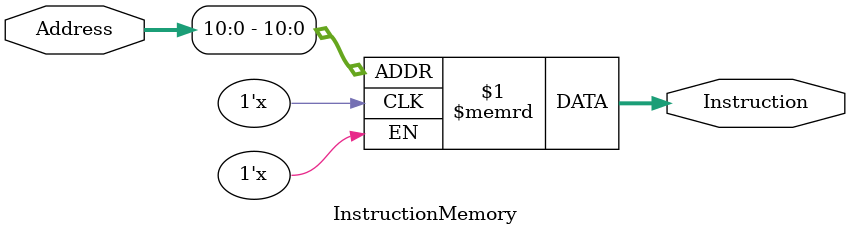
<source format=v>
module InstructionMemory(Address, Instruction);
	input [63:0] Address;
	output [31:0] Instruction;
	reg [31:0] memory[0:1023];

	assign Instruction = memory[Address[10:0]];
endmodule
</source>
